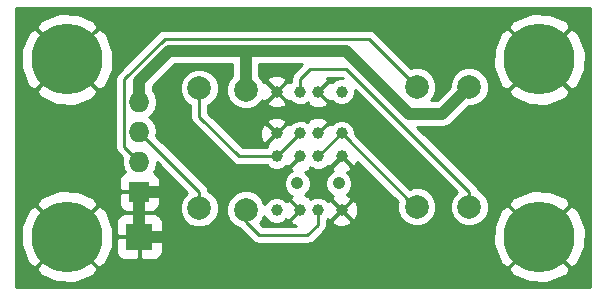
<source format=gbl>
%FSLAX34Y34*%
G04 Gerber Fmt 3.4, Leading zero omitted, Abs format*
G04 (created by PCBNEW (2014-jan-25)-product) date Tue 29 Jul 2014 09:42:42 AM PDT*
%MOIN*%
G01*
G70*
G90*
G04 APERTURE LIST*
%ADD10C,0.003937*%
%ADD11C,0.236220*%
%ADD12R,0.068000X0.068000*%
%ADD13O,0.068000X0.068000*%
%ADD14C,0.078700*%
%ADD15R,0.088000X0.088000*%
%ADD16C,0.039370*%
%ADD17C,0.041339*%
%ADD18C,0.010000*%
%ADD19C,0.040000*%
G04 APERTURE END LIST*
G54D10*
G54D11*
X41338Y-41338D03*
X57086Y-41338D03*
X41338Y-47244D03*
X57086Y-47244D03*
G54D12*
X43750Y-45750D03*
G54D13*
X43750Y-44750D03*
X43750Y-43750D03*
X43750Y-42750D03*
G54D14*
X53000Y-46250D03*
X53000Y-42250D03*
X45750Y-42300D03*
X45750Y-46300D03*
X54750Y-46250D03*
X54750Y-42250D03*
X47300Y-46350D03*
X47300Y-42350D03*
G54D15*
X43750Y-47250D03*
G54D16*
X49704Y-46367D03*
X50492Y-46368D03*
X49704Y-44576D03*
X50492Y-44576D03*
G54D17*
X50393Y-45472D03*
G54D16*
X48326Y-46367D03*
X49114Y-46368D03*
X48326Y-44576D03*
X49114Y-44576D03*
G54D17*
X49015Y-45472D03*
G54D16*
X50492Y-42411D03*
X49704Y-42411D03*
X50492Y-43809D03*
X49704Y-43809D03*
X49114Y-42411D03*
X48326Y-42411D03*
X49114Y-43809D03*
X48326Y-43809D03*
G54D18*
X53000Y-46250D02*
X52933Y-46250D01*
X52933Y-46250D02*
X50492Y-43809D01*
X49704Y-44576D02*
X49724Y-44576D01*
X49724Y-44576D02*
X50492Y-43809D01*
X48326Y-44576D02*
X47076Y-44576D01*
X45750Y-43250D02*
X45750Y-42300D01*
X47076Y-44576D02*
X45750Y-43250D01*
X49114Y-43809D02*
X48346Y-44576D01*
X48346Y-44576D02*
X48326Y-44576D01*
X54750Y-46250D02*
X54750Y-45750D01*
X49114Y-41985D02*
X49114Y-42411D01*
X49450Y-41650D02*
X49114Y-41985D01*
X50650Y-41650D02*
X49450Y-41650D01*
X54750Y-45750D02*
X50650Y-41650D01*
G54D19*
X43750Y-45750D02*
X44500Y-45750D01*
X43750Y-45750D02*
X43750Y-47250D01*
X43750Y-47250D02*
X44500Y-47250D01*
G54D18*
X43750Y-44750D02*
X43250Y-44250D01*
X51400Y-40650D02*
X53000Y-42250D01*
X44600Y-40650D02*
X51400Y-40650D01*
X43250Y-42000D02*
X44600Y-40650D01*
X43250Y-44250D02*
X43250Y-42000D01*
X45750Y-46300D02*
X45750Y-45750D01*
X45750Y-45750D02*
X43750Y-43750D01*
G54D19*
X47300Y-42350D02*
X47300Y-41050D01*
X50650Y-41050D02*
X47300Y-41050D01*
X47300Y-41050D02*
X44750Y-41050D01*
X43750Y-42050D02*
X44750Y-41050D01*
X43750Y-42750D02*
X43750Y-42050D01*
X54750Y-42250D02*
X53850Y-43150D01*
X52750Y-43150D02*
X50650Y-41050D01*
X53850Y-43150D02*
X52750Y-43150D01*
G54D18*
X47300Y-46350D02*
X47300Y-46750D01*
X49704Y-46845D02*
X49704Y-46367D01*
X49350Y-47200D02*
X49704Y-46845D01*
X47750Y-47200D02*
X49350Y-47200D01*
X47300Y-46750D02*
X47750Y-47200D01*
G36*
X58785Y-48942D02*
X58626Y-48942D01*
X58626Y-46990D01*
X58626Y-41084D01*
X58412Y-40514D01*
X58355Y-40429D01*
X58135Y-40303D01*
X58121Y-40317D01*
X58121Y-40289D01*
X57996Y-40069D01*
X57441Y-39818D01*
X56832Y-39798D01*
X56262Y-40012D01*
X56177Y-40069D01*
X56051Y-40289D01*
X57086Y-41324D01*
X58121Y-40289D01*
X58121Y-40317D01*
X57100Y-41338D01*
X58135Y-42373D01*
X58355Y-42248D01*
X58606Y-41693D01*
X58626Y-41084D01*
X58626Y-46990D01*
X58412Y-46419D01*
X58355Y-46334D01*
X58135Y-46209D01*
X58121Y-46223D01*
X58121Y-46195D01*
X58121Y-42387D01*
X57086Y-41352D01*
X57072Y-41366D01*
X57072Y-41338D01*
X56037Y-40303D01*
X55817Y-40429D01*
X55566Y-40983D01*
X55546Y-41592D01*
X55760Y-42162D01*
X55817Y-42248D01*
X56037Y-42373D01*
X57072Y-41338D01*
X57072Y-41366D01*
X56051Y-42387D01*
X56177Y-42607D01*
X56731Y-42858D01*
X57340Y-42878D01*
X57910Y-42664D01*
X57996Y-42607D01*
X58121Y-42387D01*
X58121Y-46195D01*
X57996Y-45975D01*
X57441Y-45723D01*
X56832Y-45703D01*
X56262Y-45918D01*
X56177Y-45975D01*
X56051Y-46195D01*
X57086Y-47229D01*
X58121Y-46195D01*
X58121Y-46223D01*
X57100Y-47244D01*
X58135Y-48278D01*
X58355Y-48153D01*
X58606Y-47598D01*
X58626Y-46990D01*
X58626Y-48942D01*
X58121Y-48942D01*
X58121Y-48293D01*
X57086Y-47258D01*
X57072Y-47272D01*
X57072Y-47244D01*
X56037Y-46209D01*
X55817Y-46334D01*
X55566Y-46889D01*
X55546Y-47498D01*
X55760Y-48068D01*
X55817Y-48153D01*
X56037Y-48278D01*
X57072Y-47244D01*
X57072Y-47272D01*
X56051Y-48293D01*
X56177Y-48512D01*
X56731Y-48764D01*
X57340Y-48784D01*
X57910Y-48569D01*
X57996Y-48512D01*
X58121Y-48293D01*
X58121Y-48942D01*
X55393Y-48942D01*
X55393Y-46122D01*
X55295Y-45885D01*
X55114Y-45704D01*
X55034Y-45671D01*
X55034Y-45671D01*
X55027Y-45635D01*
X55027Y-45635D01*
X54962Y-45537D01*
X53024Y-43600D01*
X53850Y-43600D01*
X54022Y-43565D01*
X54168Y-43468D01*
X54742Y-42893D01*
X54877Y-42893D01*
X55114Y-42795D01*
X55295Y-42614D01*
X55393Y-42378D01*
X55393Y-42122D01*
X55295Y-41885D01*
X55114Y-41704D01*
X54878Y-41606D01*
X54622Y-41606D01*
X54385Y-41704D01*
X54204Y-41885D01*
X54106Y-42121D01*
X54106Y-42257D01*
X53663Y-42700D01*
X53460Y-42700D01*
X53545Y-42614D01*
X53643Y-42378D01*
X53643Y-42122D01*
X53545Y-41885D01*
X53364Y-41704D01*
X53128Y-41606D01*
X52872Y-41606D01*
X52807Y-41633D01*
X51612Y-40437D01*
X51514Y-40372D01*
X51400Y-40350D01*
X44600Y-40350D01*
X44485Y-40372D01*
X44387Y-40437D01*
X43037Y-41787D01*
X42972Y-41885D01*
X42950Y-42000D01*
X42950Y-44250D01*
X42972Y-44364D01*
X43037Y-44462D01*
X43185Y-44609D01*
X43160Y-44738D01*
X43160Y-44761D01*
X43204Y-44987D01*
X43272Y-45088D01*
X43211Y-45113D01*
X43113Y-45211D01*
X43060Y-45340D01*
X43060Y-45652D01*
X43147Y-45740D01*
X43740Y-45740D01*
X43740Y-45732D01*
X43760Y-45732D01*
X43760Y-45740D01*
X44352Y-45740D01*
X44440Y-45652D01*
X44440Y-45340D01*
X44386Y-45211D01*
X44288Y-45113D01*
X44227Y-45088D01*
X44295Y-44987D01*
X44339Y-44763D01*
X45357Y-45782D01*
X45204Y-45935D01*
X45106Y-46171D01*
X45106Y-46427D01*
X45204Y-46664D01*
X45385Y-46845D01*
X45621Y-46943D01*
X45877Y-46943D01*
X46114Y-46845D01*
X46295Y-46664D01*
X46393Y-46428D01*
X46393Y-46172D01*
X46295Y-45935D01*
X46114Y-45754D01*
X46045Y-45725D01*
X46027Y-45635D01*
X46027Y-45635D01*
X45962Y-45537D01*
X44314Y-43890D01*
X44340Y-43761D01*
X44340Y-43738D01*
X44295Y-43512D01*
X44167Y-43321D01*
X44060Y-43250D01*
X44167Y-43178D01*
X44295Y-42987D01*
X44340Y-42761D01*
X44340Y-42738D01*
X44295Y-42512D01*
X44200Y-42370D01*
X44200Y-42236D01*
X44936Y-41500D01*
X46850Y-41500D01*
X46850Y-41889D01*
X46754Y-41985D01*
X46656Y-42221D01*
X46656Y-42477D01*
X46754Y-42714D01*
X46935Y-42895D01*
X47171Y-42993D01*
X47427Y-42993D01*
X47664Y-42895D01*
X47845Y-42714D01*
X47851Y-42698D01*
X47856Y-42711D01*
X47869Y-42731D01*
X47987Y-42736D01*
X48312Y-42411D01*
X47987Y-42086D01*
X47889Y-42090D01*
X47845Y-41985D01*
X47750Y-41889D01*
X47750Y-41500D01*
X49175Y-41500D01*
X48902Y-41773D01*
X48837Y-41871D01*
X48814Y-41985D01*
X48814Y-42079D01*
X48790Y-42102D01*
X48783Y-42091D01*
X48666Y-42086D01*
X48652Y-42100D01*
X48652Y-42072D01*
X48646Y-41954D01*
X48447Y-41867D01*
X48229Y-41862D01*
X48026Y-41941D01*
X48007Y-41954D01*
X48001Y-42072D01*
X48326Y-42397D01*
X48652Y-42072D01*
X48652Y-42100D01*
X48340Y-42411D01*
X48666Y-42736D01*
X48783Y-42731D01*
X48789Y-42718D01*
X48860Y-42790D01*
X49024Y-42858D01*
X49202Y-42858D01*
X49317Y-42811D01*
X49318Y-42812D01*
X49320Y-42809D01*
X49366Y-42790D01*
X49380Y-42776D01*
X49385Y-42868D01*
X49584Y-42955D01*
X49801Y-42960D01*
X50004Y-42881D01*
X50024Y-42868D01*
X50029Y-42750D01*
X49704Y-42425D01*
X49699Y-42431D01*
X49685Y-42416D01*
X49690Y-42411D01*
X49685Y-42405D01*
X49699Y-42391D01*
X49704Y-42397D01*
X50029Y-42072D01*
X50024Y-41954D01*
X50013Y-41950D01*
X50525Y-41950D01*
X50540Y-41964D01*
X50403Y-41964D01*
X50239Y-42032D01*
X50168Y-42102D01*
X50161Y-42091D01*
X50044Y-42086D01*
X49718Y-42411D01*
X50044Y-42736D01*
X50161Y-42731D01*
X50167Y-42718D01*
X50238Y-42790D01*
X50402Y-42858D01*
X50580Y-42858D01*
X50744Y-42790D01*
X50870Y-42664D01*
X50938Y-42500D01*
X50939Y-42363D01*
X54332Y-45757D01*
X54204Y-45885D01*
X54106Y-46121D01*
X54106Y-46377D01*
X54204Y-46614D01*
X54385Y-46795D01*
X54621Y-46893D01*
X54877Y-46893D01*
X55114Y-46795D01*
X55295Y-46614D01*
X55393Y-46378D01*
X55393Y-46122D01*
X55393Y-48942D01*
X53643Y-48942D01*
X53643Y-46122D01*
X53545Y-45885D01*
X53364Y-45704D01*
X53128Y-45606D01*
X52872Y-45606D01*
X52760Y-45652D01*
X50938Y-43831D01*
X50939Y-43720D01*
X50871Y-43556D01*
X50745Y-43430D01*
X50581Y-43362D01*
X50403Y-43362D01*
X50239Y-43430D01*
X50168Y-43500D01*
X50161Y-43489D01*
X50044Y-43483D01*
X49718Y-43809D01*
X49724Y-43814D01*
X49710Y-43828D01*
X49704Y-43823D01*
X49699Y-43828D01*
X49685Y-43814D01*
X49690Y-43809D01*
X49685Y-43803D01*
X49699Y-43789D01*
X49704Y-43794D01*
X50029Y-43469D01*
X50024Y-43352D01*
X49825Y-43264D01*
X49607Y-43260D01*
X49404Y-43338D01*
X49385Y-43352D01*
X49380Y-43443D01*
X49367Y-43430D01*
X49320Y-43411D01*
X49318Y-43408D01*
X49317Y-43409D01*
X49203Y-43362D01*
X49025Y-43362D01*
X48861Y-43430D01*
X48790Y-43500D01*
X48783Y-43489D01*
X48666Y-43483D01*
X48652Y-43497D01*
X48652Y-43469D01*
X48652Y-42750D01*
X48326Y-42425D01*
X48001Y-42750D01*
X48007Y-42868D01*
X48206Y-42955D01*
X48423Y-42960D01*
X48626Y-42881D01*
X48646Y-42868D01*
X48652Y-42750D01*
X48652Y-43469D01*
X48646Y-43352D01*
X48447Y-43264D01*
X48229Y-43260D01*
X48026Y-43338D01*
X48007Y-43352D01*
X48001Y-43469D01*
X48326Y-43794D01*
X48652Y-43469D01*
X48652Y-43497D01*
X48340Y-43809D01*
X48346Y-43814D01*
X48332Y-43828D01*
X48326Y-43823D01*
X48312Y-43837D01*
X48312Y-43809D01*
X47987Y-43483D01*
X47869Y-43489D01*
X47782Y-43688D01*
X47777Y-43906D01*
X47856Y-44108D01*
X47869Y-44128D01*
X47987Y-44134D01*
X48312Y-43809D01*
X48312Y-43837D01*
X48001Y-44148D01*
X48007Y-44264D01*
X47994Y-44276D01*
X47201Y-44276D01*
X46050Y-43125D01*
X46050Y-42872D01*
X46114Y-42845D01*
X46295Y-42664D01*
X46393Y-42428D01*
X46393Y-42172D01*
X46295Y-41935D01*
X46114Y-41754D01*
X45878Y-41656D01*
X45622Y-41656D01*
X45385Y-41754D01*
X45204Y-41935D01*
X45106Y-42171D01*
X45106Y-42427D01*
X45204Y-42664D01*
X45385Y-42845D01*
X45450Y-42872D01*
X45450Y-43250D01*
X45472Y-43364D01*
X45537Y-43462D01*
X46864Y-44788D01*
X46922Y-44827D01*
X46961Y-44853D01*
X46961Y-44853D01*
X47076Y-44876D01*
X47994Y-44876D01*
X48073Y-44955D01*
X48237Y-45023D01*
X48415Y-45023D01*
X48579Y-44955D01*
X48650Y-44885D01*
X48657Y-44896D01*
X48774Y-44902D01*
X49100Y-44576D01*
X49094Y-44571D01*
X49108Y-44557D01*
X49114Y-44562D01*
X49119Y-44557D01*
X49133Y-44571D01*
X49128Y-44576D01*
X49133Y-44582D01*
X49119Y-44596D01*
X49114Y-44590D01*
X48788Y-44916D01*
X48794Y-45033D01*
X48836Y-45052D01*
X48757Y-45085D01*
X48628Y-45213D01*
X48559Y-45381D01*
X48558Y-45562D01*
X48628Y-45730D01*
X48756Y-45859D01*
X48832Y-45890D01*
X48814Y-45898D01*
X48794Y-45911D01*
X48788Y-46028D01*
X49114Y-46353D01*
X49119Y-46348D01*
X49133Y-46362D01*
X49128Y-46368D01*
X49133Y-46373D01*
X49119Y-46387D01*
X49114Y-46382D01*
X48788Y-46707D01*
X48794Y-46824D01*
X48965Y-46900D01*
X47874Y-46900D01*
X47767Y-46792D01*
X47845Y-46714D01*
X47916Y-46544D01*
X47947Y-46620D01*
X48073Y-46746D01*
X48237Y-46814D01*
X48415Y-46814D01*
X48579Y-46746D01*
X48649Y-46676D01*
X48657Y-46687D01*
X48774Y-46693D01*
X49100Y-46368D01*
X48774Y-46042D01*
X48657Y-46048D01*
X48651Y-46060D01*
X48580Y-45989D01*
X48416Y-45920D01*
X48238Y-45920D01*
X48073Y-45988D01*
X47948Y-46114D01*
X47923Y-46173D01*
X47845Y-45985D01*
X47664Y-45804D01*
X47428Y-45706D01*
X47172Y-45706D01*
X46935Y-45804D01*
X46754Y-45985D01*
X46656Y-46221D01*
X46656Y-46477D01*
X46754Y-46714D01*
X46935Y-46895D01*
X47084Y-46957D01*
X47087Y-46962D01*
X47537Y-47412D01*
X47635Y-47477D01*
X47750Y-47500D01*
X49350Y-47500D01*
X49350Y-47499D01*
X49464Y-47477D01*
X49464Y-47477D01*
X49562Y-47412D01*
X49916Y-47057D01*
X49916Y-47057D01*
X49981Y-46960D01*
X50004Y-46845D01*
X50004Y-46845D01*
X50004Y-46699D01*
X50027Y-46676D01*
X50035Y-46687D01*
X50152Y-46693D01*
X50477Y-46368D01*
X50152Y-46042D01*
X50035Y-46048D01*
X50029Y-46060D01*
X49958Y-45989D01*
X49793Y-45920D01*
X49616Y-45920D01*
X49501Y-45968D01*
X49500Y-45967D01*
X49498Y-45969D01*
X49451Y-45988D01*
X49438Y-46002D01*
X49433Y-45911D01*
X49287Y-45846D01*
X49402Y-45731D01*
X49472Y-45563D01*
X49472Y-45381D01*
X49403Y-45214D01*
X49285Y-45096D01*
X49413Y-45046D01*
X49433Y-45033D01*
X49438Y-44942D01*
X49451Y-44955D01*
X49498Y-44974D01*
X49500Y-44977D01*
X49501Y-44976D01*
X49615Y-45023D01*
X49793Y-45023D01*
X49957Y-44955D01*
X50027Y-44885D01*
X50035Y-44896D01*
X50152Y-44902D01*
X50477Y-44576D01*
X50472Y-44571D01*
X50486Y-44557D01*
X50492Y-44562D01*
X50497Y-44557D01*
X50511Y-44571D01*
X50506Y-44576D01*
X50831Y-44902D01*
X50949Y-44896D01*
X51011Y-44753D01*
X52363Y-46104D01*
X52356Y-46121D01*
X52356Y-46377D01*
X52454Y-46614D01*
X52635Y-46795D01*
X52871Y-46893D01*
X53127Y-46893D01*
X53364Y-46795D01*
X53545Y-46614D01*
X53643Y-46378D01*
X53643Y-46122D01*
X53643Y-48942D01*
X51041Y-48942D01*
X51041Y-46271D01*
X50962Y-46068D01*
X50949Y-46048D01*
X50850Y-46043D01*
X50850Y-45381D01*
X50781Y-45214D01*
X50663Y-45096D01*
X50791Y-45046D01*
X50811Y-45033D01*
X50817Y-44916D01*
X50492Y-44590D01*
X50166Y-44916D01*
X50172Y-45033D01*
X50214Y-45052D01*
X50135Y-45085D01*
X50006Y-45213D01*
X49937Y-45381D01*
X49936Y-45562D01*
X50006Y-45730D01*
X50134Y-45859D01*
X50210Y-45890D01*
X50192Y-45898D01*
X50172Y-45911D01*
X50166Y-46028D01*
X50492Y-46353D01*
X50817Y-46028D01*
X50811Y-45911D01*
X50665Y-45846D01*
X50780Y-45731D01*
X50850Y-45563D01*
X50850Y-45381D01*
X50850Y-46043D01*
X50831Y-46042D01*
X50506Y-46368D01*
X50831Y-46693D01*
X50949Y-46687D01*
X51036Y-46488D01*
X51041Y-46271D01*
X51041Y-48942D01*
X50817Y-48942D01*
X50817Y-46707D01*
X50492Y-46382D01*
X50166Y-46707D01*
X50172Y-46824D01*
X50371Y-46912D01*
X50589Y-46917D01*
X50791Y-46838D01*
X50811Y-46824D01*
X50817Y-46707D01*
X50817Y-48942D01*
X44540Y-48942D01*
X44540Y-47759D01*
X44540Y-47620D01*
X44540Y-47347D01*
X44540Y-47152D01*
X44540Y-46879D01*
X44540Y-46740D01*
X44486Y-46611D01*
X44440Y-46565D01*
X44440Y-46159D01*
X44440Y-45847D01*
X44352Y-45760D01*
X43760Y-45760D01*
X43760Y-46352D01*
X43847Y-46440D01*
X44020Y-46440D01*
X44159Y-46440D01*
X44288Y-46386D01*
X44386Y-46288D01*
X44440Y-46159D01*
X44440Y-46565D01*
X44388Y-46513D01*
X44259Y-46460D01*
X43847Y-46460D01*
X43760Y-46547D01*
X43760Y-47240D01*
X44452Y-47240D01*
X44540Y-47152D01*
X44540Y-47347D01*
X44452Y-47260D01*
X43760Y-47260D01*
X43760Y-47952D01*
X43847Y-48040D01*
X44259Y-48040D01*
X44388Y-47986D01*
X44486Y-47888D01*
X44540Y-47759D01*
X44540Y-48942D01*
X43740Y-48942D01*
X43740Y-47952D01*
X43740Y-47260D01*
X43740Y-47240D01*
X43740Y-46547D01*
X43740Y-46352D01*
X43740Y-45760D01*
X43147Y-45760D01*
X43060Y-45847D01*
X43060Y-46159D01*
X43113Y-46288D01*
X43211Y-46386D01*
X43340Y-46440D01*
X43479Y-46440D01*
X43652Y-46440D01*
X43740Y-46352D01*
X43740Y-46547D01*
X43652Y-46460D01*
X43240Y-46460D01*
X43111Y-46513D01*
X43013Y-46611D01*
X42960Y-46740D01*
X42960Y-46879D01*
X42960Y-47152D01*
X43047Y-47240D01*
X43740Y-47240D01*
X43740Y-47260D01*
X43047Y-47260D01*
X42960Y-47347D01*
X42960Y-47620D01*
X42960Y-47759D01*
X43013Y-47888D01*
X43111Y-47986D01*
X43240Y-48040D01*
X43652Y-48040D01*
X43740Y-47952D01*
X43740Y-48942D01*
X42878Y-48942D01*
X42878Y-46990D01*
X42878Y-41084D01*
X42664Y-40514D01*
X42607Y-40429D01*
X42387Y-40303D01*
X42373Y-40317D01*
X42373Y-40289D01*
X42248Y-40069D01*
X41693Y-39818D01*
X41084Y-39798D01*
X40514Y-40012D01*
X40429Y-40069D01*
X40303Y-40289D01*
X41338Y-41324D01*
X42373Y-40289D01*
X42373Y-40317D01*
X41352Y-41338D01*
X42387Y-42373D01*
X42607Y-42248D01*
X42858Y-41693D01*
X42878Y-41084D01*
X42878Y-46990D01*
X42664Y-46419D01*
X42607Y-46334D01*
X42387Y-46209D01*
X42373Y-46223D01*
X42373Y-46195D01*
X42373Y-42387D01*
X41338Y-41352D01*
X41324Y-41366D01*
X41324Y-41338D01*
X40289Y-40303D01*
X40069Y-40429D01*
X39818Y-40983D01*
X39798Y-41592D01*
X40012Y-42162D01*
X40069Y-42248D01*
X40289Y-42373D01*
X41324Y-41338D01*
X41324Y-41366D01*
X40303Y-42387D01*
X40429Y-42607D01*
X40983Y-42858D01*
X41592Y-42878D01*
X42162Y-42664D01*
X42248Y-42607D01*
X42373Y-42387D01*
X42373Y-46195D01*
X42248Y-45975D01*
X41693Y-45723D01*
X41084Y-45703D01*
X40514Y-45918D01*
X40429Y-45975D01*
X40303Y-46195D01*
X41338Y-47229D01*
X42373Y-46195D01*
X42373Y-46223D01*
X41352Y-47244D01*
X42387Y-48278D01*
X42607Y-48153D01*
X42858Y-47598D01*
X42878Y-46990D01*
X42878Y-48942D01*
X42373Y-48942D01*
X42373Y-48293D01*
X41338Y-47258D01*
X41324Y-47272D01*
X41324Y-47244D01*
X40289Y-46209D01*
X40069Y-46334D01*
X39818Y-46889D01*
X39798Y-47498D01*
X40012Y-48068D01*
X40069Y-48153D01*
X40289Y-48278D01*
X41324Y-47244D01*
X41324Y-47272D01*
X40303Y-48293D01*
X40429Y-48512D01*
X40983Y-48764D01*
X41592Y-48784D01*
X42162Y-48569D01*
X42248Y-48512D01*
X42373Y-48293D01*
X42373Y-48942D01*
X39639Y-48942D01*
X39639Y-39639D01*
X58785Y-39639D01*
X58785Y-48942D01*
X58785Y-48942D01*
G37*
X58785Y-48942D02*
X58626Y-48942D01*
X58626Y-46990D01*
X58626Y-41084D01*
X58412Y-40514D01*
X58355Y-40429D01*
X58135Y-40303D01*
X58121Y-40317D01*
X58121Y-40289D01*
X57996Y-40069D01*
X57441Y-39818D01*
X56832Y-39798D01*
X56262Y-40012D01*
X56177Y-40069D01*
X56051Y-40289D01*
X57086Y-41324D01*
X58121Y-40289D01*
X58121Y-40317D01*
X57100Y-41338D01*
X58135Y-42373D01*
X58355Y-42248D01*
X58606Y-41693D01*
X58626Y-41084D01*
X58626Y-46990D01*
X58412Y-46419D01*
X58355Y-46334D01*
X58135Y-46209D01*
X58121Y-46223D01*
X58121Y-46195D01*
X58121Y-42387D01*
X57086Y-41352D01*
X57072Y-41366D01*
X57072Y-41338D01*
X56037Y-40303D01*
X55817Y-40429D01*
X55566Y-40983D01*
X55546Y-41592D01*
X55760Y-42162D01*
X55817Y-42248D01*
X56037Y-42373D01*
X57072Y-41338D01*
X57072Y-41366D01*
X56051Y-42387D01*
X56177Y-42607D01*
X56731Y-42858D01*
X57340Y-42878D01*
X57910Y-42664D01*
X57996Y-42607D01*
X58121Y-42387D01*
X58121Y-46195D01*
X57996Y-45975D01*
X57441Y-45723D01*
X56832Y-45703D01*
X56262Y-45918D01*
X56177Y-45975D01*
X56051Y-46195D01*
X57086Y-47229D01*
X58121Y-46195D01*
X58121Y-46223D01*
X57100Y-47244D01*
X58135Y-48278D01*
X58355Y-48153D01*
X58606Y-47598D01*
X58626Y-46990D01*
X58626Y-48942D01*
X58121Y-48942D01*
X58121Y-48293D01*
X57086Y-47258D01*
X57072Y-47272D01*
X57072Y-47244D01*
X56037Y-46209D01*
X55817Y-46334D01*
X55566Y-46889D01*
X55546Y-47498D01*
X55760Y-48068D01*
X55817Y-48153D01*
X56037Y-48278D01*
X57072Y-47244D01*
X57072Y-47272D01*
X56051Y-48293D01*
X56177Y-48512D01*
X56731Y-48764D01*
X57340Y-48784D01*
X57910Y-48569D01*
X57996Y-48512D01*
X58121Y-48293D01*
X58121Y-48942D01*
X55393Y-48942D01*
X55393Y-46122D01*
X55295Y-45885D01*
X55114Y-45704D01*
X55034Y-45671D01*
X55034Y-45671D01*
X55027Y-45635D01*
X55027Y-45635D01*
X54962Y-45537D01*
X53024Y-43600D01*
X53850Y-43600D01*
X54022Y-43565D01*
X54168Y-43468D01*
X54742Y-42893D01*
X54877Y-42893D01*
X55114Y-42795D01*
X55295Y-42614D01*
X55393Y-42378D01*
X55393Y-42122D01*
X55295Y-41885D01*
X55114Y-41704D01*
X54878Y-41606D01*
X54622Y-41606D01*
X54385Y-41704D01*
X54204Y-41885D01*
X54106Y-42121D01*
X54106Y-42257D01*
X53663Y-42700D01*
X53460Y-42700D01*
X53545Y-42614D01*
X53643Y-42378D01*
X53643Y-42122D01*
X53545Y-41885D01*
X53364Y-41704D01*
X53128Y-41606D01*
X52872Y-41606D01*
X52807Y-41633D01*
X51612Y-40437D01*
X51514Y-40372D01*
X51400Y-40350D01*
X44600Y-40350D01*
X44485Y-40372D01*
X44387Y-40437D01*
X43037Y-41787D01*
X42972Y-41885D01*
X42950Y-42000D01*
X42950Y-44250D01*
X42972Y-44364D01*
X43037Y-44462D01*
X43185Y-44609D01*
X43160Y-44738D01*
X43160Y-44761D01*
X43204Y-44987D01*
X43272Y-45088D01*
X43211Y-45113D01*
X43113Y-45211D01*
X43060Y-45340D01*
X43060Y-45652D01*
X43147Y-45740D01*
X43740Y-45740D01*
X43740Y-45732D01*
X43760Y-45732D01*
X43760Y-45740D01*
X44352Y-45740D01*
X44440Y-45652D01*
X44440Y-45340D01*
X44386Y-45211D01*
X44288Y-45113D01*
X44227Y-45088D01*
X44295Y-44987D01*
X44339Y-44763D01*
X45357Y-45782D01*
X45204Y-45935D01*
X45106Y-46171D01*
X45106Y-46427D01*
X45204Y-46664D01*
X45385Y-46845D01*
X45621Y-46943D01*
X45877Y-46943D01*
X46114Y-46845D01*
X46295Y-46664D01*
X46393Y-46428D01*
X46393Y-46172D01*
X46295Y-45935D01*
X46114Y-45754D01*
X46045Y-45725D01*
X46027Y-45635D01*
X46027Y-45635D01*
X45962Y-45537D01*
X44314Y-43890D01*
X44340Y-43761D01*
X44340Y-43738D01*
X44295Y-43512D01*
X44167Y-43321D01*
X44060Y-43250D01*
X44167Y-43178D01*
X44295Y-42987D01*
X44340Y-42761D01*
X44340Y-42738D01*
X44295Y-42512D01*
X44200Y-42370D01*
X44200Y-42236D01*
X44936Y-41500D01*
X46850Y-41500D01*
X46850Y-41889D01*
X46754Y-41985D01*
X46656Y-42221D01*
X46656Y-42477D01*
X46754Y-42714D01*
X46935Y-42895D01*
X47171Y-42993D01*
X47427Y-42993D01*
X47664Y-42895D01*
X47845Y-42714D01*
X47851Y-42698D01*
X47856Y-42711D01*
X47869Y-42731D01*
X47987Y-42736D01*
X48312Y-42411D01*
X47987Y-42086D01*
X47889Y-42090D01*
X47845Y-41985D01*
X47750Y-41889D01*
X47750Y-41500D01*
X49175Y-41500D01*
X48902Y-41773D01*
X48837Y-41871D01*
X48814Y-41985D01*
X48814Y-42079D01*
X48790Y-42102D01*
X48783Y-42091D01*
X48666Y-42086D01*
X48652Y-42100D01*
X48652Y-42072D01*
X48646Y-41954D01*
X48447Y-41867D01*
X48229Y-41862D01*
X48026Y-41941D01*
X48007Y-41954D01*
X48001Y-42072D01*
X48326Y-42397D01*
X48652Y-42072D01*
X48652Y-42100D01*
X48340Y-42411D01*
X48666Y-42736D01*
X48783Y-42731D01*
X48789Y-42718D01*
X48860Y-42790D01*
X49024Y-42858D01*
X49202Y-42858D01*
X49317Y-42811D01*
X49318Y-42812D01*
X49320Y-42809D01*
X49366Y-42790D01*
X49380Y-42776D01*
X49385Y-42868D01*
X49584Y-42955D01*
X49801Y-42960D01*
X50004Y-42881D01*
X50024Y-42868D01*
X50029Y-42750D01*
X49704Y-42425D01*
X49699Y-42431D01*
X49685Y-42416D01*
X49690Y-42411D01*
X49685Y-42405D01*
X49699Y-42391D01*
X49704Y-42397D01*
X50029Y-42072D01*
X50024Y-41954D01*
X50013Y-41950D01*
X50525Y-41950D01*
X50540Y-41964D01*
X50403Y-41964D01*
X50239Y-42032D01*
X50168Y-42102D01*
X50161Y-42091D01*
X50044Y-42086D01*
X49718Y-42411D01*
X50044Y-42736D01*
X50161Y-42731D01*
X50167Y-42718D01*
X50238Y-42790D01*
X50402Y-42858D01*
X50580Y-42858D01*
X50744Y-42790D01*
X50870Y-42664D01*
X50938Y-42500D01*
X50939Y-42363D01*
X54332Y-45757D01*
X54204Y-45885D01*
X54106Y-46121D01*
X54106Y-46377D01*
X54204Y-46614D01*
X54385Y-46795D01*
X54621Y-46893D01*
X54877Y-46893D01*
X55114Y-46795D01*
X55295Y-46614D01*
X55393Y-46378D01*
X55393Y-46122D01*
X55393Y-48942D01*
X53643Y-48942D01*
X53643Y-46122D01*
X53545Y-45885D01*
X53364Y-45704D01*
X53128Y-45606D01*
X52872Y-45606D01*
X52760Y-45652D01*
X50938Y-43831D01*
X50939Y-43720D01*
X50871Y-43556D01*
X50745Y-43430D01*
X50581Y-43362D01*
X50403Y-43362D01*
X50239Y-43430D01*
X50168Y-43500D01*
X50161Y-43489D01*
X50044Y-43483D01*
X49718Y-43809D01*
X49724Y-43814D01*
X49710Y-43828D01*
X49704Y-43823D01*
X49699Y-43828D01*
X49685Y-43814D01*
X49690Y-43809D01*
X49685Y-43803D01*
X49699Y-43789D01*
X49704Y-43794D01*
X50029Y-43469D01*
X50024Y-43352D01*
X49825Y-43264D01*
X49607Y-43260D01*
X49404Y-43338D01*
X49385Y-43352D01*
X49380Y-43443D01*
X49367Y-43430D01*
X49320Y-43411D01*
X49318Y-43408D01*
X49317Y-43409D01*
X49203Y-43362D01*
X49025Y-43362D01*
X48861Y-43430D01*
X48790Y-43500D01*
X48783Y-43489D01*
X48666Y-43483D01*
X48652Y-43497D01*
X48652Y-43469D01*
X48652Y-42750D01*
X48326Y-42425D01*
X48001Y-42750D01*
X48007Y-42868D01*
X48206Y-42955D01*
X48423Y-42960D01*
X48626Y-42881D01*
X48646Y-42868D01*
X48652Y-42750D01*
X48652Y-43469D01*
X48646Y-43352D01*
X48447Y-43264D01*
X48229Y-43260D01*
X48026Y-43338D01*
X48007Y-43352D01*
X48001Y-43469D01*
X48326Y-43794D01*
X48652Y-43469D01*
X48652Y-43497D01*
X48340Y-43809D01*
X48346Y-43814D01*
X48332Y-43828D01*
X48326Y-43823D01*
X48312Y-43837D01*
X48312Y-43809D01*
X47987Y-43483D01*
X47869Y-43489D01*
X47782Y-43688D01*
X47777Y-43906D01*
X47856Y-44108D01*
X47869Y-44128D01*
X47987Y-44134D01*
X48312Y-43809D01*
X48312Y-43837D01*
X48001Y-44148D01*
X48007Y-44264D01*
X47994Y-44276D01*
X47201Y-44276D01*
X46050Y-43125D01*
X46050Y-42872D01*
X46114Y-42845D01*
X46295Y-42664D01*
X46393Y-42428D01*
X46393Y-42172D01*
X46295Y-41935D01*
X46114Y-41754D01*
X45878Y-41656D01*
X45622Y-41656D01*
X45385Y-41754D01*
X45204Y-41935D01*
X45106Y-42171D01*
X45106Y-42427D01*
X45204Y-42664D01*
X45385Y-42845D01*
X45450Y-42872D01*
X45450Y-43250D01*
X45472Y-43364D01*
X45537Y-43462D01*
X46864Y-44788D01*
X46922Y-44827D01*
X46961Y-44853D01*
X46961Y-44853D01*
X47076Y-44876D01*
X47994Y-44876D01*
X48073Y-44955D01*
X48237Y-45023D01*
X48415Y-45023D01*
X48579Y-44955D01*
X48650Y-44885D01*
X48657Y-44896D01*
X48774Y-44902D01*
X49100Y-44576D01*
X49094Y-44571D01*
X49108Y-44557D01*
X49114Y-44562D01*
X49119Y-44557D01*
X49133Y-44571D01*
X49128Y-44576D01*
X49133Y-44582D01*
X49119Y-44596D01*
X49114Y-44590D01*
X48788Y-44916D01*
X48794Y-45033D01*
X48836Y-45052D01*
X48757Y-45085D01*
X48628Y-45213D01*
X48559Y-45381D01*
X48558Y-45562D01*
X48628Y-45730D01*
X48756Y-45859D01*
X48832Y-45890D01*
X48814Y-45898D01*
X48794Y-45911D01*
X48788Y-46028D01*
X49114Y-46353D01*
X49119Y-46348D01*
X49133Y-46362D01*
X49128Y-46368D01*
X49133Y-46373D01*
X49119Y-46387D01*
X49114Y-46382D01*
X48788Y-46707D01*
X48794Y-46824D01*
X48965Y-46900D01*
X47874Y-46900D01*
X47767Y-46792D01*
X47845Y-46714D01*
X47916Y-46544D01*
X47947Y-46620D01*
X48073Y-46746D01*
X48237Y-46814D01*
X48415Y-46814D01*
X48579Y-46746D01*
X48649Y-46676D01*
X48657Y-46687D01*
X48774Y-46693D01*
X49100Y-46368D01*
X48774Y-46042D01*
X48657Y-46048D01*
X48651Y-46060D01*
X48580Y-45989D01*
X48416Y-45920D01*
X48238Y-45920D01*
X48073Y-45988D01*
X47948Y-46114D01*
X47923Y-46173D01*
X47845Y-45985D01*
X47664Y-45804D01*
X47428Y-45706D01*
X47172Y-45706D01*
X46935Y-45804D01*
X46754Y-45985D01*
X46656Y-46221D01*
X46656Y-46477D01*
X46754Y-46714D01*
X46935Y-46895D01*
X47084Y-46957D01*
X47087Y-46962D01*
X47537Y-47412D01*
X47635Y-47477D01*
X47750Y-47500D01*
X49350Y-47500D01*
X49350Y-47499D01*
X49464Y-47477D01*
X49464Y-47477D01*
X49562Y-47412D01*
X49916Y-47057D01*
X49916Y-47057D01*
X49981Y-46960D01*
X50004Y-46845D01*
X50004Y-46845D01*
X50004Y-46699D01*
X50027Y-46676D01*
X50035Y-46687D01*
X50152Y-46693D01*
X50477Y-46368D01*
X50152Y-46042D01*
X50035Y-46048D01*
X50029Y-46060D01*
X49958Y-45989D01*
X49793Y-45920D01*
X49616Y-45920D01*
X49501Y-45968D01*
X49500Y-45967D01*
X49498Y-45969D01*
X49451Y-45988D01*
X49438Y-46002D01*
X49433Y-45911D01*
X49287Y-45846D01*
X49402Y-45731D01*
X49472Y-45563D01*
X49472Y-45381D01*
X49403Y-45214D01*
X49285Y-45096D01*
X49413Y-45046D01*
X49433Y-45033D01*
X49438Y-44942D01*
X49451Y-44955D01*
X49498Y-44974D01*
X49500Y-44977D01*
X49501Y-44976D01*
X49615Y-45023D01*
X49793Y-45023D01*
X49957Y-44955D01*
X50027Y-44885D01*
X50035Y-44896D01*
X50152Y-44902D01*
X50477Y-44576D01*
X50472Y-44571D01*
X50486Y-44557D01*
X50492Y-44562D01*
X50497Y-44557D01*
X50511Y-44571D01*
X50506Y-44576D01*
X50831Y-44902D01*
X50949Y-44896D01*
X51011Y-44753D01*
X52363Y-46104D01*
X52356Y-46121D01*
X52356Y-46377D01*
X52454Y-46614D01*
X52635Y-46795D01*
X52871Y-46893D01*
X53127Y-46893D01*
X53364Y-46795D01*
X53545Y-46614D01*
X53643Y-46378D01*
X53643Y-46122D01*
X53643Y-48942D01*
X51041Y-48942D01*
X51041Y-46271D01*
X50962Y-46068D01*
X50949Y-46048D01*
X50850Y-46043D01*
X50850Y-45381D01*
X50781Y-45214D01*
X50663Y-45096D01*
X50791Y-45046D01*
X50811Y-45033D01*
X50817Y-44916D01*
X50492Y-44590D01*
X50166Y-44916D01*
X50172Y-45033D01*
X50214Y-45052D01*
X50135Y-45085D01*
X50006Y-45213D01*
X49937Y-45381D01*
X49936Y-45562D01*
X50006Y-45730D01*
X50134Y-45859D01*
X50210Y-45890D01*
X50192Y-45898D01*
X50172Y-45911D01*
X50166Y-46028D01*
X50492Y-46353D01*
X50817Y-46028D01*
X50811Y-45911D01*
X50665Y-45846D01*
X50780Y-45731D01*
X50850Y-45563D01*
X50850Y-45381D01*
X50850Y-46043D01*
X50831Y-46042D01*
X50506Y-46368D01*
X50831Y-46693D01*
X50949Y-46687D01*
X51036Y-46488D01*
X51041Y-46271D01*
X51041Y-48942D01*
X50817Y-48942D01*
X50817Y-46707D01*
X50492Y-46382D01*
X50166Y-46707D01*
X50172Y-46824D01*
X50371Y-46912D01*
X50589Y-46917D01*
X50791Y-46838D01*
X50811Y-46824D01*
X50817Y-46707D01*
X50817Y-48942D01*
X44540Y-48942D01*
X44540Y-47759D01*
X44540Y-47620D01*
X44540Y-47347D01*
X44540Y-47152D01*
X44540Y-46879D01*
X44540Y-46740D01*
X44486Y-46611D01*
X44440Y-46565D01*
X44440Y-46159D01*
X44440Y-45847D01*
X44352Y-45760D01*
X43760Y-45760D01*
X43760Y-46352D01*
X43847Y-46440D01*
X44020Y-46440D01*
X44159Y-46440D01*
X44288Y-46386D01*
X44386Y-46288D01*
X44440Y-46159D01*
X44440Y-46565D01*
X44388Y-46513D01*
X44259Y-46460D01*
X43847Y-46460D01*
X43760Y-46547D01*
X43760Y-47240D01*
X44452Y-47240D01*
X44540Y-47152D01*
X44540Y-47347D01*
X44452Y-47260D01*
X43760Y-47260D01*
X43760Y-47952D01*
X43847Y-48040D01*
X44259Y-48040D01*
X44388Y-47986D01*
X44486Y-47888D01*
X44540Y-47759D01*
X44540Y-48942D01*
X43740Y-48942D01*
X43740Y-47952D01*
X43740Y-47260D01*
X43740Y-47240D01*
X43740Y-46547D01*
X43740Y-46352D01*
X43740Y-45760D01*
X43147Y-45760D01*
X43060Y-45847D01*
X43060Y-46159D01*
X43113Y-46288D01*
X43211Y-46386D01*
X43340Y-46440D01*
X43479Y-46440D01*
X43652Y-46440D01*
X43740Y-46352D01*
X43740Y-46547D01*
X43652Y-46460D01*
X43240Y-46460D01*
X43111Y-46513D01*
X43013Y-46611D01*
X42960Y-46740D01*
X42960Y-46879D01*
X42960Y-47152D01*
X43047Y-47240D01*
X43740Y-47240D01*
X43740Y-47260D01*
X43047Y-47260D01*
X42960Y-47347D01*
X42960Y-47620D01*
X42960Y-47759D01*
X43013Y-47888D01*
X43111Y-47986D01*
X43240Y-48040D01*
X43652Y-48040D01*
X43740Y-47952D01*
X43740Y-48942D01*
X42878Y-48942D01*
X42878Y-46990D01*
X42878Y-41084D01*
X42664Y-40514D01*
X42607Y-40429D01*
X42387Y-40303D01*
X42373Y-40317D01*
X42373Y-40289D01*
X42248Y-40069D01*
X41693Y-39818D01*
X41084Y-39798D01*
X40514Y-40012D01*
X40429Y-40069D01*
X40303Y-40289D01*
X41338Y-41324D01*
X42373Y-40289D01*
X42373Y-40317D01*
X41352Y-41338D01*
X42387Y-42373D01*
X42607Y-42248D01*
X42858Y-41693D01*
X42878Y-41084D01*
X42878Y-46990D01*
X42664Y-46419D01*
X42607Y-46334D01*
X42387Y-46209D01*
X42373Y-46223D01*
X42373Y-46195D01*
X42373Y-42387D01*
X41338Y-41352D01*
X41324Y-41366D01*
X41324Y-41338D01*
X40289Y-40303D01*
X40069Y-40429D01*
X39818Y-40983D01*
X39798Y-41592D01*
X40012Y-42162D01*
X40069Y-42248D01*
X40289Y-42373D01*
X41324Y-41338D01*
X41324Y-41366D01*
X40303Y-42387D01*
X40429Y-42607D01*
X40983Y-42858D01*
X41592Y-42878D01*
X42162Y-42664D01*
X42248Y-42607D01*
X42373Y-42387D01*
X42373Y-46195D01*
X42248Y-45975D01*
X41693Y-45723D01*
X41084Y-45703D01*
X40514Y-45918D01*
X40429Y-45975D01*
X40303Y-46195D01*
X41338Y-47229D01*
X42373Y-46195D01*
X42373Y-46223D01*
X41352Y-47244D01*
X42387Y-48278D01*
X42607Y-48153D01*
X42858Y-47598D01*
X42878Y-46990D01*
X42878Y-48942D01*
X42373Y-48942D01*
X42373Y-48293D01*
X41338Y-47258D01*
X41324Y-47272D01*
X41324Y-47244D01*
X40289Y-46209D01*
X40069Y-46334D01*
X39818Y-46889D01*
X39798Y-47498D01*
X40012Y-48068D01*
X40069Y-48153D01*
X40289Y-48278D01*
X41324Y-47244D01*
X41324Y-47272D01*
X40303Y-48293D01*
X40429Y-48512D01*
X40983Y-48764D01*
X41592Y-48784D01*
X42162Y-48569D01*
X42248Y-48512D01*
X42373Y-48293D01*
X42373Y-48942D01*
X39639Y-48942D01*
X39639Y-39639D01*
X58785Y-39639D01*
X58785Y-48942D01*
M02*

</source>
